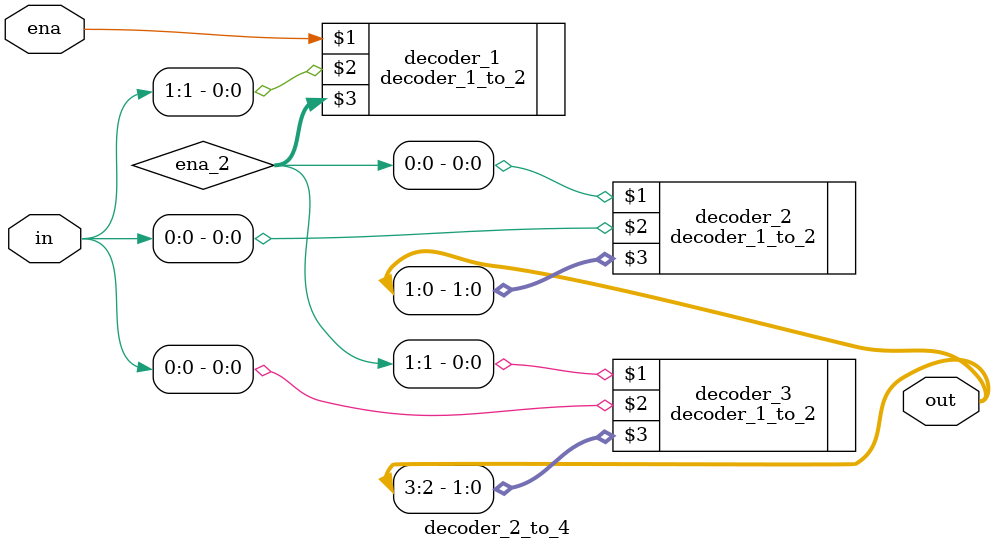
<source format=sv>
module decoder_2_to_4(ena, in, out);

  input wire ena;
  input wire [1:0] in;
  output logic [3:0] out;

	logic [1:0] ena_2;

	decoder_1_to_2 decoder_1(ena, in[1], ena_2[1:0]);
	decoder_1_to_2 decoder_2(ena_2[0], in[0], out[1:0]);
	decoder_1_to_2 decoder_3(ena_2[1], in[0], out[3:2]);

endmodule

</source>
